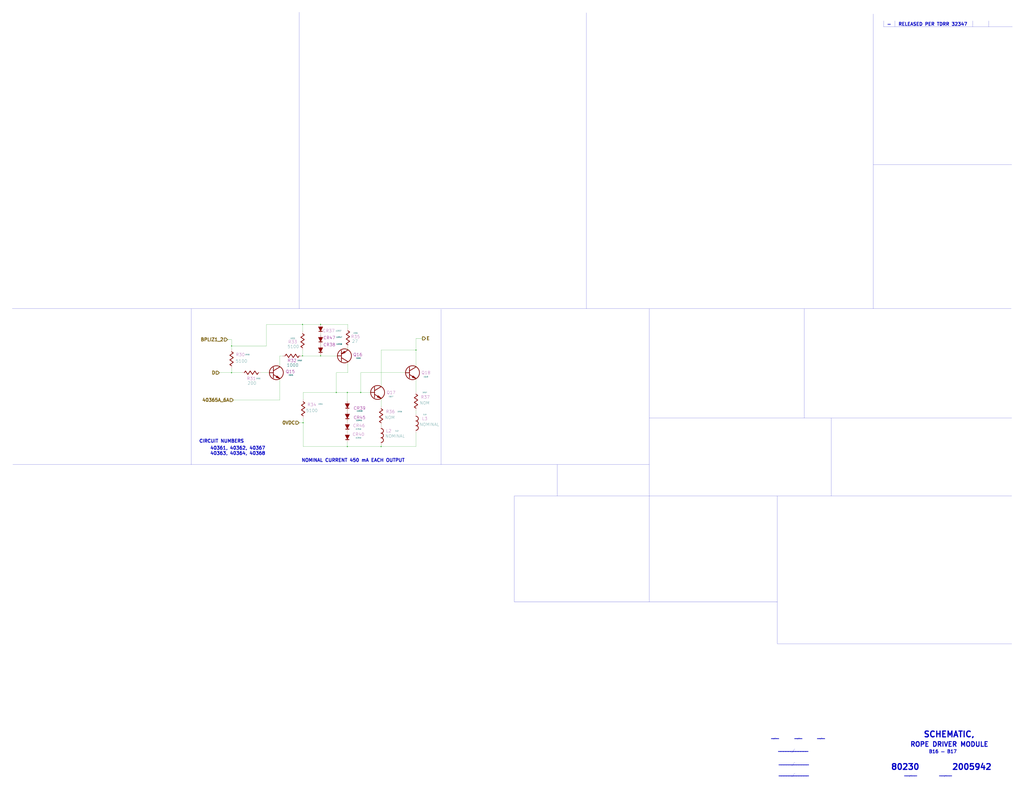
<source format=kicad_sch>
(kicad_sch (version 20211123) (generator eeschema)
  (paper "E")
  (lib_symbols
    (symbol "AGC_DSKY:Diode" (pin_numbers hide) (pin_names (offset 1.016) hide)
      (property "Reference" "CR" (at 0 5.08 0))
      (symbol "Diode_0_1"
        (polyline (pts (xy -2.54 -1.27) (xy -2.54 -1.905)) (stroke (width 0.762)))
        (polyline (pts (xy -2.54 1.27) (xy -2.54 -1.27)) (stroke (width 0.762)))
        (polyline (pts (xy -2.54 1.27) (xy -2.54 1.905)) (stroke (width 0.762)))
        (polyline (pts (xy -2.54 0) (xy 2.54 -2.54) (xy 2.54 2.54) (xy -2.54 0)) (stroke (width 0.2032)) (fill (type outline)))
      )
      (symbol "Diode_1_1"
        (pin passive line (at -5.08 0 0) (length 2.54) (name "K") (number "1"))
        (pin passive line (at 5.08 0 180) (length 2.54) (name "A") (number "2"))
      )
    )
    (symbol "AGC_DSKY:Inductor" (pin_numbers hide) (pin_names (offset 0) hide)
      (property "Reference" "L" (at -1.27 5.08 0))
      (symbol "Inductor_0_1"
        (arc (start -2.54 0) (mid -5.08 2.54) (end -7.62 0) (stroke (width 0.762)))
        (arc (start 2.54 0) (mid 0 2.54) (end -2.54 0) (stroke (width 0.762)))
        (arc (start 7.62 0) (mid 5.08 2.54) (end 2.54 0) (stroke (width 0.762)))
      )
      (symbol "Inductor_1_1"
        (pin passive line (at -10.16 0 0) (length 2.54) (name "1") (number "1"))
        (pin passive line (at 10.16 0 180) (length 2.54) (name "2") (number "2"))
      )
    )
    (symbol "AGC_DSKY:Resistor" (pin_numbers hide) (pin_names (offset 0) hide)
      (property "Reference" "R" (at -0.635 -4.445 0))
      (symbol "Resistor_0_1"
        (polyline (pts (xy -7.62 0) (xy -6.35 -1.905) (xy -3.81 1.905) (xy -1.27 -1.905) (xy 1.27 1.905) (xy 3.81 -1.905) (xy 6.35 1.905) (xy 7.62 0)) (stroke (width 0.762)))
      )
      (symbol "Resistor_1_1"
        (pin passive line (at -10.16 0 0) (length 2.54) (name "1") (number "1"))
        (pin passive line (at 10.16 0 180) (length 2.54) (name "2") (number "2"))
      )
    )
    (symbol "AGC_DSKY:Transistor-NPN" (pin_numbers hide) (pin_names (offset 0) hide)
      (property "Reference" "Q" (at 0 10.541 0))
      (symbol "Transistor-NPN_0_1"
        (polyline (pts (xy -3.302 -2.032) (xy 3.81 -6.35)) (stroke (width 0.762)))
        (polyline (pts (xy -3.302 2.032) (xy 3.81 6.35)) (stroke (width 0.762)))
        (polyline (pts (xy -3.302 5.969) (xy -3.302 -5.715)) (stroke (width 0.762)))
        (polyline (pts (xy -3.302 0) (xy -7.62 0) (xy -7.493 0)) (stroke (width 0.762)))
        (polyline (pts (xy -0.127 -4.826) (xy 0.635 -3.556) (xy 3.81 -6.35) (xy -0.254 -4.953)) (stroke (width 0.762)) (fill (type outline)))
        (circle (center 0 0) (radius 7.62) (stroke (width 0.762)))
      )
      (symbol "Transistor-NPN_1_1"
        (pin passive line (at 3.81 6.35 180) (length 0) (name "C") (number "1"))
        (pin passive line (at -7.62 0 0) (length 0) (name "B") (number "2"))
        (pin passive line (at 3.81 -6.35 180) (length 0) (name "E") (number "3"))
      )
    )
    (symbol "AGC_DSKY:Transistor-PNP" (pin_numbers hide) (pin_names (offset 0) hide)
      (property "Reference" "Q" (at -0.635 10.414 0))
      (symbol "Transistor-PNP_0_1"
        (polyline (pts (xy -3.302 -5.969) (xy -3.302 5.715)) (stroke (width 0.762)))
        (polyline (pts (xy -3.302 -2.032) (xy 3.81 -6.35)) (stroke (width 0.762)))
        (polyline (pts (xy -3.302 2.032) (xy 3.81 6.35)) (stroke (width 0.762)))
        (polyline (pts (xy -3.302 0) (xy -7.62 0) (xy -7.493 0)) (stroke (width 0.762)))
        (polyline (pts (xy 0.762 3.683) (xy 0 4.953) (xy -3.175 2.159) (xy 0.889 3.556)) (stroke (width 0.762)) (fill (type outline)))
        (circle (center 0 0) (radius 7.6454) (stroke (width 0.762)))
      )
      (symbol "Transistor-PNP_1_1"
        (pin passive line (at 3.81 6.35 180) (length 0) (name "E") (number "1"))
        (pin passive line (at -7.62 0 0) (length 0) (name "B") (number "2"))
        (pin passive line (at 3.81 -6.35 180) (length 0) (name "C") (number "3"))
      )
    )
  )
  (junction (at 379.095 487.68))
  (junction (at 349.885 354.33))
  (junction (at 393.7 428.625))
  (junction (at 454.025 382.27))
  (junction (at 367.03 428.625))
  (junction (at 252.73 377.825))
  (junction (at 415.925 487.68))
  (junction (at 252.73 407.035))
  (junction (at 379.095 428.625))
  (junction (at 349.885 388.62))
  (junction (at 330.2 388.62))
  (junction (at 330.835 461.645))
  (junction (at 330.2 354.33))
  (polyline (pts (xy 964.311 22.7584) (xy 964.311 29.21)) (stroke (width 0) (type solid)))
  (polyline (pts (xy 13.335 337.185) (xy 1103.63 337.185)) (stroke (width 0) (type solid)))
  (polyline (pts (xy 870.4326 807.6946) (xy 872.3376 805.1546)) (stroke (width 0) (type solid)))
  (wire (pts (xy 330.835 461.645) (xy 330.835 456.565)))
  (wire (pts (xy 454.025 400.685) (xy 454.025 382.27)))
  (wire (pts (xy 330.2 382.27) (xy 330.2 388.62)))
  (wire (pts (xy 415.925 465.455) (xy 415.925 464.185)))
  (wire (pts (xy 349.885 354.33) (xy 330.2 354.33)))
  (wire (pts (xy 393.7 428.625) (xy 404.495 428.625)))
  (wire (pts (xy 264.16 407.035) (xy 252.73 407.035)))
  (wire (pts (xy 349.885 388.62) (xy 330.2 388.62)))
  (wire (pts (xy 290.83 377.825) (xy 290.83 354.33)))
  (wire (pts (xy 305.435 436.88) (xy 254.635 436.88)))
  (polyline (pts (xy 848.36 702.945) (xy 1104.265 702.945)) (stroke (width 0) (type solid)))
  (wire (pts (xy 290.83 354.33) (xy 330.2 354.33)))
  (polyline (pts (xy 708.66 456.565) (xy 1104.265 456.565)) (stroke (width 0) (type solid)))
  (polyline (pts (xy 992.3526 848.3346) (xy 994.8926 845.7946)) (stroke (width 0) (type solid)))
  (polyline (pts (xy 13.97 507.365) (xy 708.66 507.365)) (stroke (width 0) (type solid)))
  (polyline (pts (xy 481.33 507.365) (xy 481.33 337.82)) (stroke (width 0) (type solid)))
  (wire (pts (xy 252.73 377.825) (xy 290.83 377.825)))
  (wire (pts (xy 379.095 487.68) (xy 330.835 487.68)))
  (polyline (pts (xy 864.0826 836.9046) (xy 867.2576 832.4596)) (stroke (width 0) (type solid)))
  (polyline (pts (xy 640.08 337.185) (xy 640.08 13.97)) (stroke (width 0) (type solid)))
  (polyline (pts (xy 844.3976 807.6946) (xy 846.3026 805.1546)) (stroke (width 0) (type solid)))
  (polyline (pts (xy 561.34 541.655) (xy 561.34 657.225)) (stroke (width 0) (type solid)))
  (polyline (pts (xy 1030.4526 848.3346) (xy 1032.9926 845.7946)) (stroke (width 0) (type solid)))
  (wire (pts (xy 379.73 407.035) (xy 379.73 394.97)))
  (wire (pts (xy 367.03 428.625) (xy 379.095 428.625)))
  (polyline (pts (xy 561.34 541.655) (xy 1104.265 541.655)) (stroke (width 0) (type solid)))
  (wire (pts (xy 393.7 407.035) (xy 442.595 407.035)))
  (wire (pts (xy 379.095 482.6) (xy 379.095 487.68)))
  (wire (pts (xy 379.73 382.27) (xy 379.73 379.095)))
  (polyline (pts (xy 877.57 456.565) (xy 877.57 337.185)) (stroke (width 0) (type solid)))
  (polyline (pts (xy 907.415 541.655) (xy 907.415 456.565)) (stroke (width 0) (type solid)))
  (wire (pts (xy 379.73 358.775) (xy 379.73 354.33)))
  (polyline (pts (xy 561.34 657.225) (xy 848.36 657.225)) (stroke (width 0) (type solid)))
  (wire (pts (xy 330.2 354.33) (xy 330.2 361.95)))
  (wire (pts (xy 349.885 387.35) (xy 349.885 388.62)))
  (polyline (pts (xy 953.135 337.185) (xy 953.135 15.24)) (stroke (width 0) (type solid)))
  (polyline (pts (xy 208.915 337.185) (xy 208.915 507.365)) (stroke (width 0) (type solid)))
  (polyline (pts (xy 608.33 507.365) (xy 608.33 541.655)) (stroke (width 0) (type solid)))
  (wire (pts (xy 252.73 381.635) (xy 252.73 377.825)))
  (wire (pts (xy 252.73 370.84) (xy 252.73 377.825)))
  (wire (pts (xy 252.73 407.035) (xy 239.395 407.035)))
  (polyline (pts (xy 326.39 337.185) (xy 326.39 13.335)) (stroke (width 0) (type solid)))
  (polyline (pts (xy 953.135 179.705) (xy 1104.265 179.705)) (stroke (width 0) (type solid)))
  (wire (pts (xy 454.025 382.27) (xy 454.025 369.57)))
  (polyline (pts (xy 964.311 29.21) (xy 1104.9 29.21)) (stroke (width 0) (type solid)))
  (polyline (pts (xy 1061.72 22.7584) (xy 1061.72 29.21)) (stroke (width 0) (type solid)))
  (wire (pts (xy 415.925 422.275) (xy 415.925 382.27)))
  (wire (pts (xy 326.39 461.645) (xy 330.835 461.645)))
  (polyline (pts (xy 848.36 541.655) (xy 848.36 702.945)) (stroke (width 0) (type solid)))
  (wire (pts (xy 415.925 443.865) (xy 415.925 434.975)))
  (wire (pts (xy 330.835 487.68) (xy 330.835 461.645)))
  (polyline (pts (xy 708.66 657.225) (xy 708.66 337.185)) (stroke (width 0) (type solid)))
  (wire (pts (xy 379.095 449.58) (xy 379.095 448.31)))
  (wire (pts (xy 252.73 401.955) (xy 252.73 407.035)))
  (wire (pts (xy 330.835 436.245) (xy 330.835 428.625)))
  (wire (pts (xy 368.3 388.62) (xy 349.885 388.62)))
  (wire (pts (xy 308.61 388.62) (xy 305.435 388.62)))
  (wire (pts (xy 379.095 428.625) (xy 393.7 428.625)))
  (wire (pts (xy 330.835 428.625) (xy 367.03 428.625)))
  (wire (pts (xy 305.435 388.62) (xy 305.435 400.685)))
  (wire (pts (xy 294.005 407.035) (xy 284.48 407.035)))
  (wire (pts (xy 415.925 382.27) (xy 454.025 382.27)))
  (wire (pts (xy 415.925 485.775) (xy 415.925 487.68)))
  (wire (pts (xy 379.095 461.01) (xy 379.095 459.74)))
  (wire (pts (xy 393.7 428.625) (xy 393.7 407.035)))
  (wire (pts (xy 379.095 472.44) (xy 379.095 471.17)))
  (wire (pts (xy 349.885 377.19) (xy 349.885 375.92)))
  (wire (pts (xy 454.025 413.385) (xy 454.025 427.99)))
  (polyline (pts (xy 1079.1698 22.7584) (xy 1079.1698 29.21)) (stroke (width 0) (type solid)))
  (wire (pts (xy 461.01 369.57) (xy 454.025 369.57)))
  (wire (pts (xy 330.2 388.62) (xy 328.93 388.62)))
  (polyline (pts (xy 864.0826 822.2996) (xy 867.2576 817.8546)) (stroke (width 0) (type solid)))
  (wire (pts (xy 248.285 370.84) (xy 252.73 370.84)))
  (wire (pts (xy 305.435 413.385) (xy 305.435 436.88)))
  (wire (pts (xy 454.025 472.44) (xy 454.025 487.68)))
  (wire (pts (xy 415.925 487.68) (xy 379.095 487.68)))
  (wire (pts (xy 367.03 428.625) (xy 367.03 407.035)))
  (wire (pts (xy 367.03 407.035) (xy 379.73 407.035)))
  (polyline (pts (xy 976.7824 22.7584) (xy 976.7824 29.21)) (stroke (width 0) (type solid)))
  (polyline (pts (xy 864.0826 848.9696) (xy 867.2576 844.5246)) (stroke (width 0) (type solid)))
  (wire (pts (xy 379.095 438.15) (xy 379.095 428.625)))
  (wire (pts (xy 349.885 364.49) (xy 349.885 365.76)))
  (wire (pts (xy 454.025 448.31) (xy 454.025 452.12)))
  (wire (pts (xy 379.73 354.33) (xy 349.885 354.33)))
  (wire (pts (xy 454.025 487.68) (xy 415.925 487.68)))
  (polyline (pts (xy 895.1976 807.6946) (xy 897.1026 805.1546)) (stroke (width 0) (type solid)))
  (text "____________" (at 849.63 835.66 0) (effects (font (size 3.556 3.556) (thickness 0.7112) bold) (justify left bottom)))
  (text "-   RELEASED PER TDRR 32347" (at 967.74 28.575 0) (effects (font (size 3.556 3.556) (thickness 0.7112) bold) (justify left bottom)))
  (text "NOMINAL CURRENT 450 mA EACH OUTPUT" (at 328.93 504.825 0) (effects (font (size 3.556 3.556) (thickness 0.7112) bold) (justify left bottom)))
  (text "_____" (at 986.6376 847.6996 0) (effects (font (size 3.556 3.556) (thickness 0.7112) bold) (justify left bottom)))
  (text "B16 — B17" (at 1013.46 822.96 0) (effects (font (size 3.556 3.556) (thickness 0.7112) bold) (justify left bottom)))
  (text "SCHEMATIC," (at 1007.5926 805.7896 0) (effects (font (size 6.35 6.35) (thickness 1.27) bold) (justify left bottom)))
  (text "CIRCUIT NUMBERS" (at 217.17 483.87 0) (effects (font (size 3.556 3.556) (thickness 0.7112) bold) (justify left bottom)))
  (text "ROPE DRIVER MODULE" (at 993.14 815.975 0) (effects (font (size 5.08 5.08) (thickness 1.016) bold) (justify left bottom)))
  (text "_____" (at 1024.7376 847.6996 0) (effects (font (size 3.556 3.556) (thickness 0.7112) bold) (justify left bottom)))
  (text "____________" (at 848.995 821.055 0) (effects (font (size 3.556 3.556) (thickness 0.7112) bold) (justify left bottom)))
  (text "___" (at 866.775 807.085 0) (effects (font (size 3.556 3.556) (thickness 0.7112) bold) (justify left bottom)))
  (text "____________" (at 849.63 847.725 0) (effects (font (size 3.556 3.556) (thickness 0.7112) bold) (justify left bottom)))
  (text "2005942" (at 1038.7076 841.3496 0) (effects (font (size 6.35 6.35) (thickness 1.27) bold) (justify left bottom)))
  (text "40361, 40362, 40367\n40363, 40364, 40368" (at 229.235 497.205 0) (effects (font (size 3.556 3.556) (thickness 0.7112) bold) (justify left bottom)))
  (text "___" (at 841.375 807.085 0) (effects (font (size 3.556 3.556) (thickness 0.7112) bold) (justify left bottom)))
  (text "___" (at 891.54 807.085 0) (effects (font (size 3.556 3.556) (thickness 0.7112) bold) (justify left bottom)))
  (text "80230" (at 972.0326 841.3496 0) (effects (font (size 6.35 6.35) (thickness 1.27) bold) (justify left bottom)))
  (hierarchical_label "0VDC" (shape input) (at 326.39 461.645 180) (effects (font (size 3.556 3.556) (thickness 0.7112) bold)))
  (hierarchical_label "E" (shape output) (at 461.01 369.57 0) (effects (font (size 3.556 3.556) (thickness 0.7112) bold)))
  (hierarchical_label "BPLIZ1_2" (shape input) (at 248.285 370.84 180) (effects (font (size 3.556 3.556) (thickness 0.7112) bold)))
  (hierarchical_label "40365A_6A" (shape input) (at 254.635 436.88 180) (effects (font (size 3.556 3.556) (thickness 0.7112) bold)))
  (hierarchical_label "D" (shape input) (at 239.395 407.035 180) (effects (font (size 3.556 3.556) (thickness 0.7112) bold)))
  (symbol (lib_id "AGC_DSKY:Resistor") (at 252.73 391.795 270) (mirror x)
    (property "Reference" "1R30" (at 269.875 387.35 90))
    (property "Value" "5100" (at 263.525 394.335 90) (effects (font (size 3.302 3.302))))
    (property "OREFD" "R30" (at 262.255 387.35 90) (effects (font (size 3.302 3.302))))
  )
  (symbol (lib_id "AGC_DSKY:Resistor") (at 274.32 407.035 0) (mirror y)
    (property "Reference" "1R31" (at 281.94 413.385 0))
    (property "Value" "200" (at 274.955 418.465 0) (effects (font (size 3.302 3.302))))
    (property "OREFD" "R31" (at 274.32 413.385 0) (effects (font (size 3.302 3.302))))
  )
  (symbol (lib_id "AGC_DSKY:Resistor") (at 330.2 372.11 270) (mirror x)
    (property "Reference" "1R33" (at 319.405 369.57 90))
    (property "Value" "5100" (at 320.04 378.46 90) (effects (font (size 3.302 3.302))))
    (property "OREFD" "R33" (at 319.405 373.38 90) (effects (font (size 3.302 3.302))))
  )
  (symbol (lib_id "AGC_DSKY:Resistor") (at 318.77 388.62 0) (mirror y)
    (property "Reference" "1R32" (at 327.025 393.7 0))
    (property "Value" "1000" (at 319.405 398.78 0) (effects (font (size 3.302 3.302))))
    (property "OREFD" "R32" (at 318.77 393.7 0) (effects (font (size 3.302 3.302))))
  )
  (symbol (lib_id "AGC_DSKY:Transistor-NPN") (at 301.625 407.035 0)
    (property "Reference" "1Q15" (at 317.5 409.575 0))
    (property "Value" "Transistor-NPN" (effects hide))
    (property "OREFD" "Q15" (at 316.865 405.765 0) (effects (font (size 3.302 3.302))))
  )
  (symbol (lib_id "AGC_DSKY:Transistor-NPN") (at 412.115 428.625 0)
    (property "Reference" "1Q17" (at 426.72 433.07 0))
    (property "Value" "Transistor-NPN" (effects hide))
    (property "OREFD" "Q17" (at 426.72 428.625 0) (effects (font (size 3.302 3.302))))
  )
  (symbol (lib_id "AGC_DSKY:Transistor-NPN") (at 450.215 407.035 0)
    (property "Reference" "1Q18" (at 464.82 411.48 0))
    (property "Value" "Transistor-NPN" (effects hide))
    (property "OREFD" "Q18" (at 464.82 407.035 0) (effects (font (size 3.302 3.302))))
  )
  (symbol (lib_id "AGC_DSKY:Transistor-PNP") (at 375.92 388.62 0)
    (property "Reference" "1Q16" (at 391.16 391.16 0))
    (property "Value" "Transistor-PNP" (effects hide))
    (property "OREFD" "Q16" (at 390.525 387.35 0) (effects (font (size 3.302 3.302))))
  )
  (symbol (lib_id "AGC_DSKY:Diode") (at 349.885 382.27 90)
    (property "Reference" "1CR38" (at 370.205 375.92 90))
    (property "Value" "Diode" (effects hide))
    (property "OREFD" "CR38" (at 359.41 376.555 90) (effects (font (size 3.302 3.302))))
  )
  (symbol (lib_id "AGC_DSKY:Diode") (at 349.885 370.84 90)
    (property "Reference" "1CR47" (at 370.205 368.3 90))
    (property "Value" "Diode" (effects hide))
    (property "OREFD" "CR47" (at 359.41 368.935 90) (effects (font (size 3.302 3.302))))
  )
  (symbol (lib_id "AGC_DSKY:Diode") (at 349.885 359.41 90)
    (property "Reference" "1CR37" (at 369.57 361.315 90))
    (property "Value" "Diode" (effects hide))
    (property "OREFD" "CR37" (at 358.775 361.315 90) (effects (font (size 3.302 3.302))))
  )
  (symbol (lib_id "AGC_DSKY:Diode") (at 379.095 454.66 90)
    (property "Reference" "1CR45" (at 391.795 459.105 90))
    (property "Value" "Diode" (effects hide))
    (property "OREFD" "CR45" (at 392.43 455.93 90) (effects (font (size 3.302 3.302))))
  )
  (symbol (lib_id "AGC_DSKY:Diode") (at 379.095 443.23 90)
    (property "Reference" "1CR39" (at 392.43 448.945 90))
    (property "Value" "Diode" (effects hide))
    (property "OREFD" "CR39" (at 392.43 445.77 90) (effects (font (size 3.302 3.302))))
  )
  (symbol (lib_id "AGC_DSKY:Diode") (at 379.095 466.09 90)
    (property "Reference" "1CR46" (at 391.16 468.63 90))
    (property "Value" "Diode" (effects hide))
    (property "OREFD" "CR46" (at 391.795 464.82 90) (effects (font (size 3.302 3.302))))
  )
  (symbol (lib_id "AGC_DSKY:Diode") (at 379.095 477.52 90)
    (property "Reference" "1CR40" (at 391.16 478.155 90))
    (property "Value" "Diode" (effects hide))
    (property "OREFD" "CR40" (at 391.16 474.345 90) (effects (font (size 3.302 3.302))))
  )
  (symbol (lib_id "AGC_DSKY:Resistor") (at 330.835 446.405 270) (mirror x)
    (property "Reference" "1R34" (at 349.885 441.325 90))
    (property "Value" "5100" (at 340.36 448.31 90) (effects (font (size 3.302 3.302))))
    (property "OREFD" "R34" (at 340.36 441.96 90) (effects (font (size 3.302 3.302))))
  )
  (symbol (lib_id "AGC_DSKY:Resistor") (at 415.925 454.025 270) (mirror x)
    (property "Reference" "1R36" (at 436.245 449.58 90))
    (property "Value" "NOM" (at 425.45 455.93 90) (effects (font (size 3.302 3.302))))
    (property "OREFD" "R36" (at 426.085 449.58 90) (effects (font (size 3.302 3.302))))
  )
  (symbol (lib_id "AGC_DSKY:Resistor") (at 454.025 438.15 270) (mirror x)
    (property "Reference" "1R37" (at 463.55 428.625 90))
    (property "Value" "NOM" (at 463.55 440.055 90) (effects (font (size 3.302 3.302))))
    (property "OREFD" "R37" (at 464.185 433.705 90) (effects (font (size 3.302 3.302))))
  )
  (symbol (lib_id "AGC_DSKY:Inductor") (at 415.925 475.615 270)
    (property "Reference" "1L2" (at 433.07 470.535 90))
    (property "Value" "NOMINAL" (at 431.165 476.25 90) (effects (font (size 3.302 3.302))))
    (property "OREFD" "L2" (at 424.18 470.535 90) (effects (font (size 3.302 3.302))))
  )
  (symbol (lib_id "AGC_DSKY:Inductor") (at 454.025 462.28 270)
    (property "Reference" "1L3" (at 463.55 452.755 90))
    (property "Value" "NOMINAL" (at 468.63 463.55 90) (effects (font (size 3.302 3.302))))
    (property "OREFD" "L3" (at 463.55 457.2 90) (effects (font (size 3.302 3.302))))
  )
  (symbol (lib_id "AGC_DSKY:Resistor") (at 379.73 368.935 270) (mirror x)
    (property "Reference" "1R35" (at 387.985 363.855 90))
    (property "Value" "27" (at 387.35 372.745 90) (effects (font (size 3.302 3.302))))
    (property "OREFD" "R35" (at 387.985 367.665 90) (effects (font (size 3.302 3.302))))
  )
)
</source>
